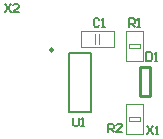
<source format=gto>
G04*
G04 #@! TF.GenerationSoftware,Altium Limited,Altium Designer,24.4.1 (13)*
G04*
G04 Layer_Color=65535*
%FSLAX25Y25*%
%MOIN*%
G70*
G04*
G04 #@! TF.SameCoordinates,3EEB7BDD-B038-4D3B-A9E7-BEF9E242D85C*
G04*
G04*
G04 #@! TF.FilePolarity,Positive*
G04*
G01*
G75*
%ADD10C,0.00984*%
%ADD11C,0.00394*%
%ADD12C,0.01000*%
%ADD13C,0.00787*%
D10*
X51772Y34370D02*
G03*
X51772Y34370I-492J0D01*
G01*
D11*
X77137Y10719D02*
X80837D01*
Y11919D01*
X77137D02*
X80837D01*
X77137Y10719D02*
Y11919D01*
X76181Y6201D02*
Y16437D01*
X81693D01*
Y6201D02*
Y16437D01*
X76181Y6201D02*
X81693D01*
X77137Y35128D02*
X80837D01*
Y36328D01*
X77137D02*
X80837D01*
X77137Y35128D02*
Y36328D01*
X76181Y30610D02*
Y40846D01*
X81693D01*
Y30610D02*
Y40846D01*
X76181Y30610D02*
X81693D01*
X61024Y35236D02*
Y40748D01*
Y35236D02*
X72047D01*
Y40748D01*
X61024D02*
X72047D01*
X67135Y36292D02*
Y39692D01*
X65935Y36292D02*
Y39692D01*
D12*
X80640Y18907D02*
Y28750D01*
Y18907D02*
X84184D01*
Y28750D01*
X80640D02*
X84184D01*
D13*
X57185Y13681D02*
X64272D01*
X57185Y33366D02*
X64272D01*
Y13681D02*
Y33366D01*
X57185Y13681D02*
Y33366D01*
X70145Y7087D02*
Y9842D01*
X71523D01*
X71982Y9383D01*
Y8465D01*
X71523Y8005D01*
X70145D01*
X71063D02*
X71982Y7087D01*
X74737D02*
X72900D01*
X74737Y8924D01*
Y9383D01*
X74278Y9842D01*
X73359D01*
X72900Y9383D01*
X77100Y42126D02*
Y44881D01*
X78478D01*
X78937Y44422D01*
Y43504D01*
X78478Y43045D01*
X77100D01*
X78019D02*
X78937Y42126D01*
X79855D02*
X80774D01*
X80314D01*
Y44881D01*
X79855Y44422D01*
X82907Y33562D02*
Y30808D01*
X84285D01*
X84744Y31267D01*
Y33103D01*
X84285Y33562D01*
X82907D01*
X85662Y30808D02*
X86581D01*
X86122D01*
Y33562D01*
X85662Y33103D01*
X35795Y49704D02*
X37631Y46949D01*
Y49704D02*
X35795Y46949D01*
X40386D02*
X38550D01*
X40386Y48786D01*
Y49245D01*
X39927Y49704D01*
X39009D01*
X38550Y49245D01*
X83203Y8956D02*
X85039Y6201D01*
Y8956D02*
X83203Y6201D01*
X85958D02*
X86876D01*
X86417D01*
Y8956D01*
X85958Y8497D01*
X58498Y11712D02*
Y9416D01*
X58957Y8957D01*
X59876D01*
X60335Y9416D01*
Y11712D01*
X61253Y8957D02*
X62171D01*
X61712D01*
Y11712D01*
X61253Y11253D01*
X67224Y44422D02*
X66765Y44881D01*
X65847D01*
X65388Y44422D01*
Y42586D01*
X65847Y42126D01*
X66765D01*
X67224Y42586D01*
X68143Y42126D02*
X69061D01*
X68602D01*
Y44881D01*
X68143Y44422D01*
M02*

</source>
